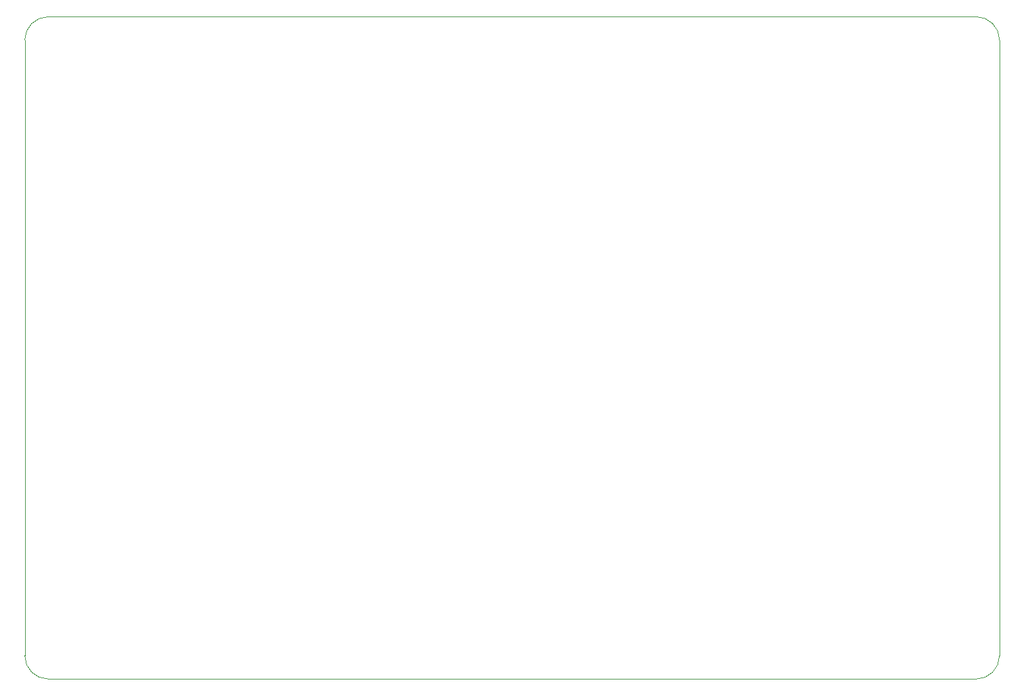
<source format=gm1>
G04 #@! TF.GenerationSoftware,KiCad,Pcbnew,9.0.0*
G04 #@! TF.CreationDate,2025-03-21T23:08:49+01:00*
G04 #@! TF.ProjectId,QCMAmp,51434d41-6d70-42e6-9b69-6361645f7063,rev?*
G04 #@! TF.SameCoordinates,Original*
G04 #@! TF.FileFunction,Profile,NP*
%FSLAX46Y46*%
G04 Gerber Fmt 4.6, Leading zero omitted, Abs format (unit mm)*
G04 Created by KiCad (PCBNEW 9.0.0) date 2025-03-21 23:08:49*
%MOMM*%
%LPD*%
G01*
G04 APERTURE LIST*
G04 #@! TA.AperFunction,Profile*
%ADD10C,0.100000*%
G04 #@! TD*
G04 APERTURE END LIST*
D10*
X72400000Y-45900000D02*
X72400000Y-124900000D01*
X194400000Y-42900000D02*
X75400000Y-42900000D01*
X197400000Y-124900000D02*
X197400000Y-45900000D01*
X75400000Y-127900000D02*
X194400000Y-127900000D01*
X194400000Y-42900000D02*
G75*
G02*
X197400000Y-45900000I-1J-3000001D01*
G01*
X72400000Y-45900000D02*
G75*
G02*
X75400000Y-42900000I3000001J-1D01*
G01*
X75400000Y-127900000D02*
G75*
G02*
X72400000Y-124900000I1J3000001D01*
G01*
X197400000Y-124900000D02*
G75*
G02*
X194400000Y-127900000I-3000001J1D01*
G01*
M02*

</source>
